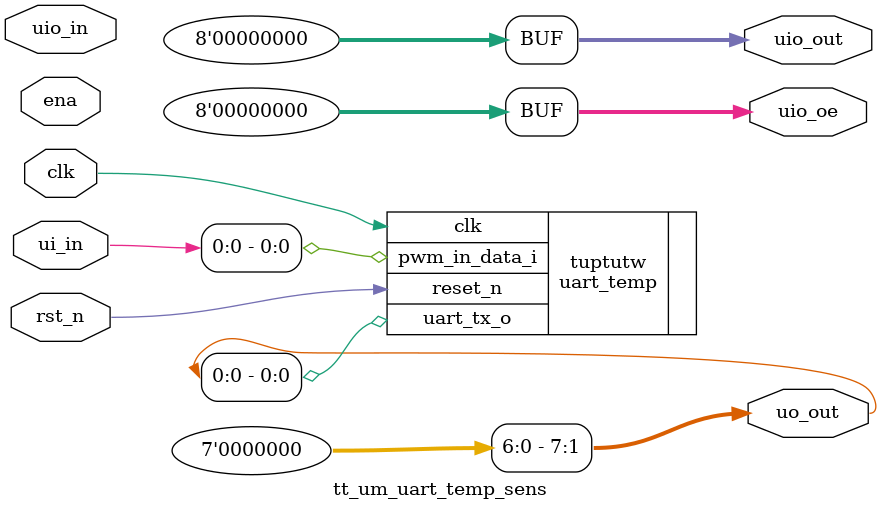
<source format=v>
/*
 * Copyright (c) 2024 
 * SPDX-License-Identifier: Apache-2.0
 */

`default_nettype none

module tt_um_uart_temp_sens (
    input  wire [7:0] ui_in,    // Dedicated inputs
    output wire [7:0] uo_out,   // Dedicated outputs
    input  wire [7:0] uio_in,   // IOs: Input path
    output wire [7:0] uio_out,  // IOs: Output path
    output wire [7:0] uio_oe,   // IOs: Enable path (active high: 0=input, 1=output)
    input  wire       ena,      // always 1 when the design is powered, so you can ignore it
    input  wire       clk,      // clock
    input  wire       rst_n     // reset_n - low to reset
);

  // All output pins must be assigned. If not used, assign to 0.
  // assign uo_out  = ui_in + uio_in;  // Example: ou_out is the sum of ui_in and uio_in
  assign uio_out = 0;
  assign uio_oe  = 0;
  assign uo_out[7:1] = 0;
  //assign uo_out[0] = 0;

  // List all unused inputs to prevent warnings
  // wire _unused = &{ena, clk, rst_n, 1'b0};


 uart_temp
    tuptutw
      (
       .clk           (clk          ),
       .reset_n       (rst_n        ),
       .pwm_in_data_i (ui_in[0]     ),
       .uart_tx_o    (uo_out[0]    )
       );

endmodule

</source>
